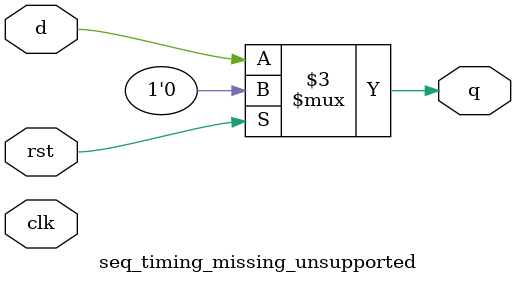
<source format=sv>

module seq_timing_missing_unsupported(
  input logic clk,
  input logic rst,
  input logic d,
  output logic q
);
  // Unsupported by constructor: no timing control (@...) on sequential statement.
  always if (rst) q <= 1'b0;
  else q <= d;
endmodule

</source>
